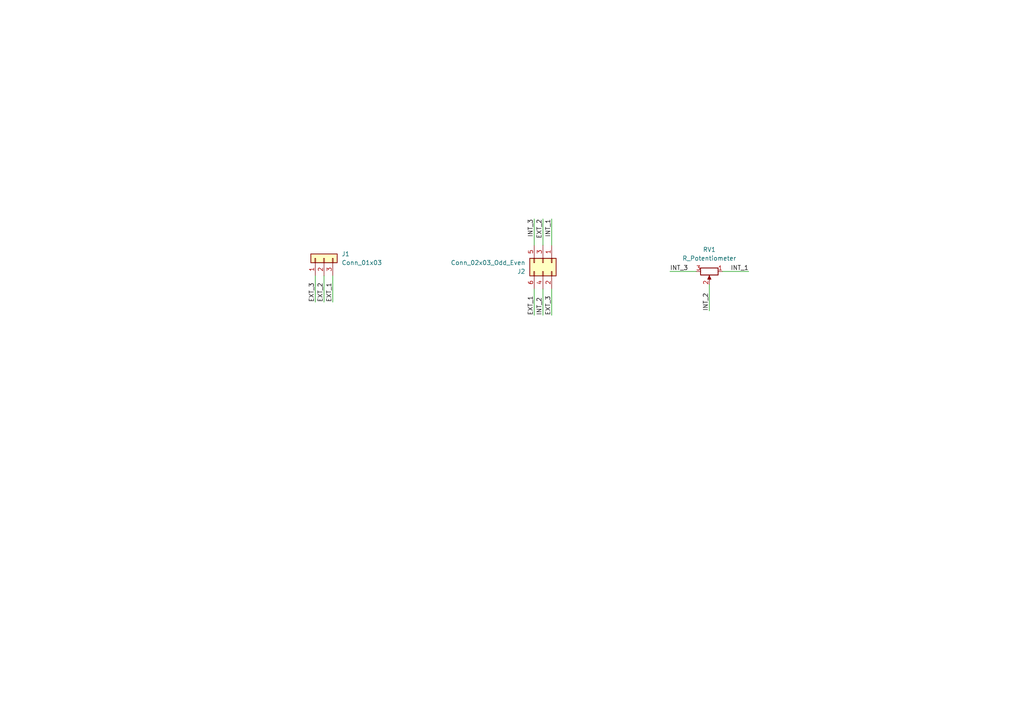
<source format=kicad_sch>
(kicad_sch (version 20211123) (generator eeschema)

  (uuid f323fb41-4c54-41e8-96f4-fa9d76a68f57)

  (paper "A4")

  (lib_symbols
    (symbol "Connector_Generic:Conn_01x03" (pin_names (offset 1.016) hide) (in_bom yes) (on_board yes)
      (property "Reference" "J" (id 0) (at 0 5.08 0)
        (effects (font (size 1.27 1.27)))
      )
      (property "Value" "Conn_01x03" (id 1) (at 0 -5.08 0)
        (effects (font (size 1.27 1.27)))
      )
      (property "Footprint" "" (id 2) (at 0 0 0)
        (effects (font (size 1.27 1.27)) hide)
      )
      (property "Datasheet" "~" (id 3) (at 0 0 0)
        (effects (font (size 1.27 1.27)) hide)
      )
      (property "ki_keywords" "connector" (id 4) (at 0 0 0)
        (effects (font (size 1.27 1.27)) hide)
      )
      (property "ki_description" "Generic connector, single row, 01x03, script generated (kicad-library-utils/schlib/autogen/connector/)" (id 5) (at 0 0 0)
        (effects (font (size 1.27 1.27)) hide)
      )
      (property "ki_fp_filters" "Connector*:*_1x??_*" (id 6) (at 0 0 0)
        (effects (font (size 1.27 1.27)) hide)
      )
      (symbol "Conn_01x03_1_1"
        (rectangle (start -1.27 -2.413) (end 0 -2.667)
          (stroke (width 0.1524) (type default) (color 0 0 0 0))
          (fill (type none))
        )
        (rectangle (start -1.27 0.127) (end 0 -0.127)
          (stroke (width 0.1524) (type default) (color 0 0 0 0))
          (fill (type none))
        )
        (rectangle (start -1.27 2.667) (end 0 2.413)
          (stroke (width 0.1524) (type default) (color 0 0 0 0))
          (fill (type none))
        )
        (rectangle (start -1.27 3.81) (end 1.27 -3.81)
          (stroke (width 0.254) (type default) (color 0 0 0 0))
          (fill (type background))
        )
        (pin passive line (at -5.08 2.54 0) (length 3.81)
          (name "Pin_1" (effects (font (size 1.27 1.27))))
          (number "1" (effects (font (size 1.27 1.27))))
        )
        (pin passive line (at -5.08 0 0) (length 3.81)
          (name "Pin_2" (effects (font (size 1.27 1.27))))
          (number "2" (effects (font (size 1.27 1.27))))
        )
        (pin passive line (at -5.08 -2.54 0) (length 3.81)
          (name "Pin_3" (effects (font (size 1.27 1.27))))
          (number "3" (effects (font (size 1.27 1.27))))
        )
      )
    )
    (symbol "Connector_Generic:Conn_02x03_Odd_Even" (pin_names (offset 1.016) hide) (in_bom yes) (on_board yes)
      (property "Reference" "J" (id 0) (at 1.27 5.08 0)
        (effects (font (size 1.27 1.27)))
      )
      (property "Value" "Conn_02x03_Odd_Even" (id 1) (at 1.27 -5.08 0)
        (effects (font (size 1.27 1.27)))
      )
      (property "Footprint" "" (id 2) (at 0 0 0)
        (effects (font (size 1.27 1.27)) hide)
      )
      (property "Datasheet" "~" (id 3) (at 0 0 0)
        (effects (font (size 1.27 1.27)) hide)
      )
      (property "ki_keywords" "connector" (id 4) (at 0 0 0)
        (effects (font (size 1.27 1.27)) hide)
      )
      (property "ki_description" "Generic connector, double row, 02x03, odd/even pin numbering scheme (row 1 odd numbers, row 2 even numbers), script generated (kicad-library-utils/schlib/autogen/connector/)" (id 5) (at 0 0 0)
        (effects (font (size 1.27 1.27)) hide)
      )
      (property "ki_fp_filters" "Connector*:*_2x??_*" (id 6) (at 0 0 0)
        (effects (font (size 1.27 1.27)) hide)
      )
      (symbol "Conn_02x03_Odd_Even_1_1"
        (rectangle (start -1.27 -2.413) (end 0 -2.667)
          (stroke (width 0.1524) (type default) (color 0 0 0 0))
          (fill (type none))
        )
        (rectangle (start -1.27 0.127) (end 0 -0.127)
          (stroke (width 0.1524) (type default) (color 0 0 0 0))
          (fill (type none))
        )
        (rectangle (start -1.27 2.667) (end 0 2.413)
          (stroke (width 0.1524) (type default) (color 0 0 0 0))
          (fill (type none))
        )
        (rectangle (start -1.27 3.81) (end 3.81 -3.81)
          (stroke (width 0.254) (type default) (color 0 0 0 0))
          (fill (type background))
        )
        (rectangle (start 3.81 -2.413) (end 2.54 -2.667)
          (stroke (width 0.1524) (type default) (color 0 0 0 0))
          (fill (type none))
        )
        (rectangle (start 3.81 0.127) (end 2.54 -0.127)
          (stroke (width 0.1524) (type default) (color 0 0 0 0))
          (fill (type none))
        )
        (rectangle (start 3.81 2.667) (end 2.54 2.413)
          (stroke (width 0.1524) (type default) (color 0 0 0 0))
          (fill (type none))
        )
        (pin passive line (at -5.08 2.54 0) (length 3.81)
          (name "Pin_1" (effects (font (size 1.27 1.27))))
          (number "1" (effects (font (size 1.27 1.27))))
        )
        (pin passive line (at 7.62 2.54 180) (length 3.81)
          (name "Pin_2" (effects (font (size 1.27 1.27))))
          (number "2" (effects (font (size 1.27 1.27))))
        )
        (pin passive line (at -5.08 0 0) (length 3.81)
          (name "Pin_3" (effects (font (size 1.27 1.27))))
          (number "3" (effects (font (size 1.27 1.27))))
        )
        (pin passive line (at 7.62 0 180) (length 3.81)
          (name "Pin_4" (effects (font (size 1.27 1.27))))
          (number "4" (effects (font (size 1.27 1.27))))
        )
        (pin passive line (at -5.08 -2.54 0) (length 3.81)
          (name "Pin_5" (effects (font (size 1.27 1.27))))
          (number "5" (effects (font (size 1.27 1.27))))
        )
        (pin passive line (at 7.62 -2.54 180) (length 3.81)
          (name "Pin_6" (effects (font (size 1.27 1.27))))
          (number "6" (effects (font (size 1.27 1.27))))
        )
      )
    )
    (symbol "Device:R_Potentiometer" (pin_names (offset 1.016) hide) (in_bom yes) (on_board yes)
      (property "Reference" "RV" (id 0) (at -4.445 0 90)
        (effects (font (size 1.27 1.27)))
      )
      (property "Value" "R_Potentiometer" (id 1) (at -2.54 0 90)
        (effects (font (size 1.27 1.27)))
      )
      (property "Footprint" "" (id 2) (at 0 0 0)
        (effects (font (size 1.27 1.27)) hide)
      )
      (property "Datasheet" "~" (id 3) (at 0 0 0)
        (effects (font (size 1.27 1.27)) hide)
      )
      (property "ki_keywords" "resistor variable" (id 4) (at 0 0 0)
        (effects (font (size 1.27 1.27)) hide)
      )
      (property "ki_description" "Potentiometer" (id 5) (at 0 0 0)
        (effects (font (size 1.27 1.27)) hide)
      )
      (property "ki_fp_filters" "Potentiometer*" (id 6) (at 0 0 0)
        (effects (font (size 1.27 1.27)) hide)
      )
      (symbol "R_Potentiometer_0_1"
        (polyline
          (pts
            (xy 2.54 0)
            (xy 1.524 0)
          )
          (stroke (width 0) (type default) (color 0 0 0 0))
          (fill (type none))
        )
        (polyline
          (pts
            (xy 1.143 0)
            (xy 2.286 0.508)
            (xy 2.286 -0.508)
            (xy 1.143 0)
          )
          (stroke (width 0) (type default) (color 0 0 0 0))
          (fill (type outline))
        )
        (rectangle (start 1.016 2.54) (end -1.016 -2.54)
          (stroke (width 0.254) (type default) (color 0 0 0 0))
          (fill (type none))
        )
      )
      (symbol "R_Potentiometer_1_1"
        (pin passive line (at 0 3.81 270) (length 1.27)
          (name "1" (effects (font (size 1.27 1.27))))
          (number "1" (effects (font (size 1.27 1.27))))
        )
        (pin passive line (at 3.81 0 180) (length 1.27)
          (name "2" (effects (font (size 1.27 1.27))))
          (number "2" (effects (font (size 1.27 1.27))))
        )
        (pin passive line (at 0 -3.81 90) (length 1.27)
          (name "3" (effects (font (size 1.27 1.27))))
          (number "3" (effects (font (size 1.27 1.27))))
        )
      )
    )
  )


  (wire (pts (xy 160.02 91.44) (xy 160.02 83.82))
    (stroke (width 0) (type default) (color 0 0 0 0))
    (uuid 0f6dc8fa-16ac-47b7-80d1-0b15cbedd4bb)
  )
  (wire (pts (xy 209.55 78.74) (xy 217.17 78.74))
    (stroke (width 0) (type default) (color 0 0 0 0))
    (uuid 1980695b-7e44-497f-98d7-a5c6bbf82a75)
  )
  (wire (pts (xy 157.48 71.12) (xy 157.48 63.5))
    (stroke (width 0) (type default) (color 0 0 0 0))
    (uuid 2863b0a1-8c07-4921-a954-0d88bb2992e0)
  )
  (wire (pts (xy 91.44 80.01) (xy 91.44 87.63))
    (stroke (width 0) (type default) (color 0 0 0 0))
    (uuid 611c1209-9a4b-4604-bc31-a965361d3af4)
  )
  (wire (pts (xy 96.52 80.01) (xy 96.52 87.63))
    (stroke (width 0) (type default) (color 0 0 0 0))
    (uuid 61973176-b2fb-487c-ba47-3c2eef9a0731)
  )
  (wire (pts (xy 160.02 71.12) (xy 160.02 63.5))
    (stroke (width 0) (type default) (color 0 0 0 0))
    (uuid 6cf79ef0-5dbe-447b-9cc2-acc559735680)
  )
  (wire (pts (xy 154.94 71.12) (xy 154.94 63.5))
    (stroke (width 0) (type default) (color 0 0 0 0))
    (uuid 983d586e-ed0b-4082-acd4-b2dc9e334bbf)
  )
  (wire (pts (xy 157.48 91.44) (xy 157.48 83.82))
    (stroke (width 0) (type default) (color 0 0 0 0))
    (uuid bb3988a2-b691-4df0-a046-021cea00910a)
  )
  (wire (pts (xy 93.98 80.01) (xy 93.98 87.63))
    (stroke (width 0) (type default) (color 0 0 0 0))
    (uuid cd56651e-37c6-437b-b5ed-2744bba4ed1f)
  )
  (wire (pts (xy 205.74 82.55) (xy 205.74 90.17))
    (stroke (width 0) (type default) (color 0 0 0 0))
    (uuid d1b7dbbb-6af9-4724-8b73-bb775c4e9f8e)
  )
  (wire (pts (xy 194.31 78.74) (xy 201.93 78.74))
    (stroke (width 0) (type default) (color 0 0 0 0))
    (uuid d6944f42-5c41-4422-b2d0-740794233567)
  )
  (wire (pts (xy 154.94 91.44) (xy 154.94 83.82))
    (stroke (width 0) (type default) (color 0 0 0 0))
    (uuid e9561849-e007-4c2c-9e47-6cf0bdccc970)
  )

  (label "EXT_3" (at 160.02 91.44 90)
    (effects (font (size 1.27 1.27)) (justify left bottom))
    (uuid 00d375a6-c715-4096-9a44-4d10a41de391)
  )
  (label "INT_1" (at 160.02 63.5 270)
    (effects (font (size 1.27 1.27)) (justify right bottom))
    (uuid 0d16098f-103f-4e5f-91f9-cf118b82de4c)
  )
  (label "EXT_2" (at 157.48 63.5 270)
    (effects (font (size 1.27 1.27)) (justify right bottom))
    (uuid 1931f82c-aea3-4913-b045-63cc5382fb0c)
  )
  (label "INT_3" (at 194.31 78.74 0)
    (effects (font (size 1.27 1.27)) (justify left bottom))
    (uuid 31202272-ca24-4d14-8c8b-7a6d93209ab4)
  )
  (label "EXT_3" (at 91.44 87.63 90)
    (effects (font (size 1.27 1.27)) (justify left bottom))
    (uuid 69001539-32fd-4a27-b3ff-20a95425bc8e)
  )
  (label "INT_1" (at 217.17 78.74 180)
    (effects (font (size 1.27 1.27)) (justify right bottom))
    (uuid 7130d986-2656-4d84-b137-fb8acfe740ca)
  )
  (label "EXT_1" (at 96.52 87.63 90)
    (effects (font (size 1.27 1.27)) (justify left bottom))
    (uuid 90c55425-5282-4e09-a8d7-905fcd548a45)
  )
  (label "EXT_2" (at 93.98 87.63 90)
    (effects (font (size 1.27 1.27)) (justify left bottom))
    (uuid 9d1e56e1-a260-482b-a9ab-407750d80281)
  )
  (label "INT_2" (at 157.48 91.44 90)
    (effects (font (size 1.27 1.27)) (justify left bottom))
    (uuid ab1c9dde-735f-47f2-ab45-a3feba95f838)
  )
  (label "INT_2" (at 205.74 90.17 90)
    (effects (font (size 1.27 1.27)) (justify left bottom))
    (uuid c8e8761d-f669-4845-905d-7e3a9aaecb14)
  )
  (label "EXT_1" (at 154.94 91.44 90)
    (effects (font (size 1.27 1.27)) (justify left bottom))
    (uuid cb359587-8af5-48f6-8421-8381cc2aa976)
  )
  (label "INT_3" (at 154.94 63.5 270)
    (effects (font (size 1.27 1.27)) (justify right bottom))
    (uuid ed0b2880-f175-46c4-88b8-b3dd151c7241)
  )

  (symbol (lib_id "Device:R_Potentiometer") (at 205.74 78.74 270) (unit 1)
    (in_bom yes) (on_board yes) (fields_autoplaced)
    (uuid 0293ea6f-4fe9-4e9f-8e8a-b4729ffa7d49)
    (property "Reference" "RV1" (id 0) (at 205.74 72.39 90))
    (property "Value" "R_Potentiometer" (id 1) (at 205.74 74.93 90))
    (property "Footprint" "Potentiometer_THT:Potentiometer_Bourns_3386P_Vertical" (id 2) (at 205.74 78.74 0)
      (effects (font (size 1.27 1.27)) hide)
    )
    (property "Datasheet" "~" (id 3) (at 205.74 78.74 0)
      (effects (font (size 1.27 1.27)) hide)
    )
    (pin "1" (uuid f0b4f783-8425-421e-b834-b989d9fc5886))
    (pin "2" (uuid eaaaf782-e847-45bd-9b40-f509b11f1867))
    (pin "3" (uuid 2687c133-9433-498e-9f14-5d03ca13fafa))
  )

  (symbol (lib_id "Connector_Generic:Conn_02x03_Odd_Even") (at 157.48 76.2 270) (unit 1)
    (in_bom yes) (on_board yes) (fields_autoplaced)
    (uuid 2324a93c-8b57-43b2-bcff-adbef7213580)
    (property "Reference" "J2" (id 0) (at 152.4 78.7401 90)
      (effects (font (size 1.27 1.27)) (justify right))
    )
    (property "Value" "Conn_02x03_Odd_Even" (id 1) (at 152.4 76.2001 90)
      (effects (font (size 1.27 1.27)) (justify right))
    )
    (property "Footprint" "Connector_PinHeader_2.54mm:PinHeader_2x03_P2.54mm_Vertical" (id 2) (at 157.48 76.2 0)
      (effects (font (size 1.27 1.27)) hide)
    )
    (property "Datasheet" "~" (id 3) (at 157.48 76.2 0)
      (effects (font (size 1.27 1.27)) hide)
    )
    (pin "1" (uuid c916484e-a6e2-4f89-a554-398a84b35216))
    (pin "2" (uuid 517bfb0c-4a27-4429-a16f-432294bcc82a))
    (pin "3" (uuid 2fbd9918-1deb-4631-a72b-28d9bb570d6e))
    (pin "4" (uuid 9f4b4d9b-6f92-4cec-b8d5-adb6c96074d4))
    (pin "5" (uuid dc61a3a3-2c69-4c9e-80e9-b22770b27a1f))
    (pin "6" (uuid 745152b6-b2fb-4b37-af56-942e870fe305))
  )

  (symbol (lib_id "Connector_Generic:Conn_01x03") (at 93.98 74.93 90) (unit 1)
    (in_bom yes) (on_board yes) (fields_autoplaced)
    (uuid 6cdaca95-aa7f-4ead-b9c2-14dc1823b17c)
    (property "Reference" "J1" (id 0) (at 99.06 73.6599 90)
      (effects (font (size 1.27 1.27)) (justify right))
    )
    (property "Value" "Conn_01x03" (id 1) (at 99.06 76.1999 90)
      (effects (font (size 1.27 1.27)) (justify right))
    )
    (property "Footprint" "Connector_PinHeader_2.54mm:PinHeader_1x03_P2.54mm_Vertical" (id 2) (at 93.98 74.93 0)
      (effects (font (size 1.27 1.27)) hide)
    )
    (property "Datasheet" "~" (id 3) (at 93.98 74.93 0)
      (effects (font (size 1.27 1.27)) hide)
    )
    (pin "1" (uuid 180edbd7-64b2-4132-91e6-67e1d31ee508))
    (pin "2" (uuid 6615bf87-7ceb-4a6d-994e-475362ca6b38))
    (pin "3" (uuid 21f416e1-b683-40df-95c4-d8c19ecc36b8))
  )

  (sheet_instances
    (path "/" (page "1"))
  )

  (symbol_instances
    (path "/6cdaca95-aa7f-4ead-b9c2-14dc1823b17c"
      (reference "J1") (unit 1) (value "Conn_01x03") (footprint "Connector_PinHeader_2.54mm:PinHeader_1x03_P2.54mm_Vertical")
    )
    (path "/2324a93c-8b57-43b2-bcff-adbef7213580"
      (reference "J2") (unit 1) (value "Conn_02x03_Odd_Even") (footprint "Connector_PinHeader_2.54mm:PinHeader_2x03_P2.54mm_Vertical")
    )
    (path "/0293ea6f-4fe9-4e9f-8e8a-b4729ffa7d49"
      (reference "RV1") (unit 1) (value "R_Potentiometer") (footprint "Potentiometer_THT:Potentiometer_Bourns_3386P_Vertical")
    )
  )
)

</source>
